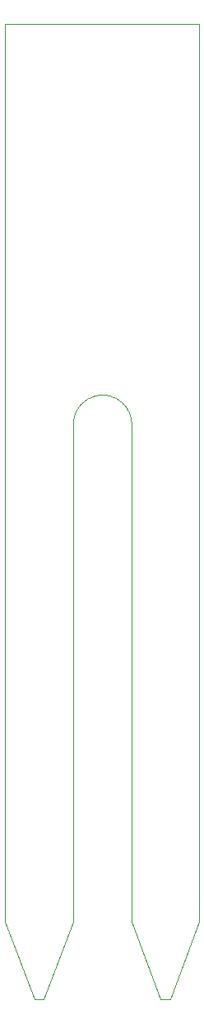
<source format=gbr>
G04 EAGLE Gerber RS-274X export*
G75*
%MOMM*%
%FSLAX34Y34*%
%LPD*%
%AMOC8*
5,1,8,0,0,1.08239X$1,22.5*%
G01*
%ADD10C,0.025400*%


D10*
X30000Y0D02*
X40000Y0D01*
X160000Y0D02*
X170000Y0D01*
X200000Y80000D02*
X200000Y1000000D01*
X0Y1000000D01*
X0Y80000D01*
X70000Y80000D02*
X70000Y590000D01*
X130000Y590000D02*
X130000Y80000D01*
X130000Y590000D02*
X129991Y590731D01*
X129964Y591461D01*
X129920Y592190D01*
X129858Y592918D01*
X129778Y593644D01*
X129680Y594368D01*
X129565Y595089D01*
X129432Y595808D01*
X129282Y596523D01*
X129115Y597234D01*
X128930Y597941D01*
X128728Y598643D01*
X128509Y599340D01*
X128273Y600031D01*
X128020Y600717D01*
X127751Y601396D01*
X127465Y602068D01*
X127163Y602734D01*
X126845Y603391D01*
X126511Y604041D01*
X126161Y604683D01*
X125796Y605315D01*
X125416Y605939D01*
X125020Y606553D01*
X124609Y607157D01*
X124184Y607752D01*
X123745Y608335D01*
X123291Y608908D01*
X122824Y609470D01*
X122343Y610020D01*
X121849Y610558D01*
X121342Y611084D01*
X120822Y611597D01*
X120290Y612098D01*
X119746Y612585D01*
X119190Y613059D01*
X118623Y613520D01*
X118045Y613966D01*
X117456Y614399D01*
X116856Y614817D01*
X116247Y615220D01*
X115628Y615608D01*
X115000Y615981D01*
X114363Y616338D01*
X113717Y616680D01*
X113064Y617006D01*
X112402Y617316D01*
X111733Y617610D01*
X111057Y617888D01*
X110375Y618149D01*
X109686Y618393D01*
X108992Y618621D01*
X108293Y618831D01*
X107588Y619025D01*
X106879Y619201D01*
X106166Y619360D01*
X105449Y619501D01*
X104729Y619625D01*
X104006Y619731D01*
X103281Y619820D01*
X102554Y619891D01*
X101825Y619944D01*
X101096Y619980D01*
X100365Y619998D01*
X99635Y619998D01*
X98904Y619980D01*
X98175Y619944D01*
X97446Y619891D01*
X96719Y619820D01*
X95994Y619731D01*
X95271Y619625D01*
X94551Y619501D01*
X93834Y619360D01*
X93121Y619201D01*
X92412Y619025D01*
X91707Y618831D01*
X91008Y618621D01*
X90314Y618393D01*
X89625Y618149D01*
X88943Y617888D01*
X88267Y617610D01*
X87598Y617316D01*
X86936Y617006D01*
X86283Y616680D01*
X85637Y616338D01*
X85000Y615981D01*
X84372Y615608D01*
X83753Y615220D01*
X83144Y614817D01*
X82544Y614399D01*
X81955Y613966D01*
X81377Y613520D01*
X80810Y613059D01*
X80254Y612585D01*
X79710Y612098D01*
X79178Y611597D01*
X78658Y611084D01*
X78151Y610558D01*
X77657Y610020D01*
X77176Y609470D01*
X76709Y608908D01*
X76255Y608335D01*
X75816Y607752D01*
X75391Y607157D01*
X74980Y606553D01*
X74584Y605939D01*
X74204Y605315D01*
X73839Y604683D01*
X73489Y604041D01*
X73155Y603391D01*
X72837Y602734D01*
X72535Y602068D01*
X72249Y601396D01*
X71980Y600717D01*
X71727Y600031D01*
X71491Y599340D01*
X71272Y598643D01*
X71070Y597941D01*
X70885Y597234D01*
X70718Y596523D01*
X70568Y595808D01*
X70435Y595089D01*
X70320Y594368D01*
X70222Y593644D01*
X70142Y592918D01*
X70080Y592190D01*
X70036Y591461D01*
X70009Y590731D01*
X70000Y590000D01*
X0Y80000D02*
X30000Y0D01*
X40000Y0D02*
X70000Y80000D01*
X130000Y80000D02*
X160000Y0D01*
X170000Y0D02*
X200000Y80000D01*
M02*

</source>
